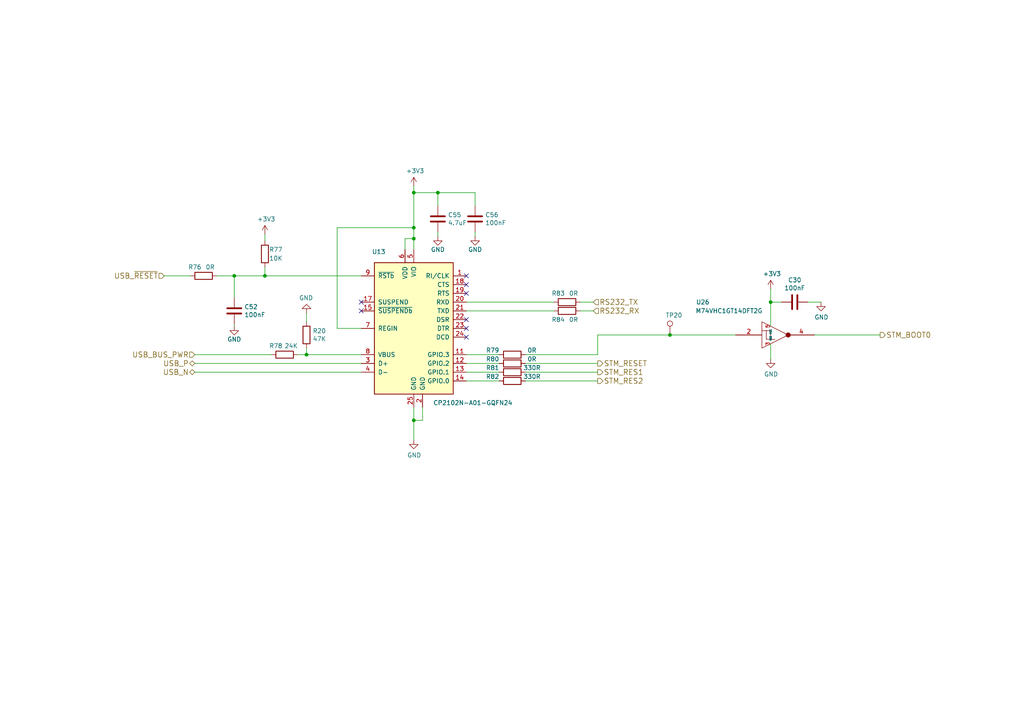
<source format=kicad_sch>
(kicad_sch (version 20211123) (generator eeschema)
  (paper "A4")
  (title_block (title "HILTOP Board Template Design") (date "2022-11-03") (company "Devtank Ltd"))
  (lib_symbols
    (symbol "Devtank:NL17SZ14" (pin_names (offset 0.762))
      (property "Reference" "U" (at 4.953 2.921 0))
      (property "Value" "NL17SZ14" (at 4.826 -3.175 0))
      (symbol "NL17SZ14_0_0"
        (polyline (pts (xy -3.81 3.81) (xy -3.81 -3.81) (xy 3.81 0) (xy -3.81 3.81)))
        (pin power_in line (at -1.27 -2.54 90) (length 0) (name "VSS") (number "3"))
        (pin power_in line (at -1.27 2.54 270) (length 0) (name "VCC") (number "5"))
      )
      (symbol "NL17SZ14_0_1"
        (polyline (pts (xy -2.54 1.27) (xy -1.27 1.27) (xy -1.27 -1.27) (xy 0 -1.27)))
        (polyline (pts (xy -1.27 -1.27) (xy -2.54 -1.27) (xy -2.54 1.27) (xy -3.81 1.27)))
        (circle (center 3.81 0) (radius 0.635) (fill (type outline)))
      )
      (symbol "NL17SZ14_1_1"
        (pin input line (at -11.43 0 0) (length 7.62) (name "~") (number "2"))
        (pin output line (at 11.43 0 180) (length 7.62) (name "~") (number "4"))
      )
      (symbol "NL17SZ14_1_2"
        (pin output inverted (at 11.43 0 180) (length 7.62) (name "~") (number "2"))
        (pin input inverted (at -11.43 0 0) (length 7.62) (name "~") (number "3"))
      )
    )
    (symbol "Sensi_Board-rescue:C-device" (pin_numbers hide) (pin_names (offset 0.254))
      (property "Reference" "C" (at 0.635 2.54 0))
      (property "Value" "C-device" (at 0.635 -2.54 0))
      (symbol "C-device_0_1"
        (polyline (pts (xy -2.032 -0.762) (xy 2.032 -0.762)) (stroke (width 0.508)))
        (polyline (pts (xy -2.032 0.762) (xy 2.032 0.762)) (stroke (width 0.508)))
      )
      (symbol "C-device_1_1"
        (pin passive line (at 0 3.81 270) (length 2.794) (name "~") (number "1"))
        (pin passive line (at 0 -3.81 90) (length 2.794) (name "~") (number "2"))
      )
    )
    (symbol "Sensi_Board-rescue:CP2102N-A01-GQFN24-silabs" (pin_names (offset 1.016))
      (property "Reference" "U" (at -5.08 22.225 0))
      (property "Value" "CP2102N-A01-GQFN24-silabs" (at -5.08 20.32 0))
      (symbol "CP2102N-A01-GQFN24-silabs_0_1"
        (rectangle (start -11.43 19.05) (end 11.43 -19.05) (stroke (width 0.254)) (fill (type background)))
      )
      (symbol "CP2102N-A01-GQFN24-silabs_1_1"
        (pin bidirectional line (at 15.24 15.24 180) (length 3.81) (name "RI/CLK") (number "1"))
        (pin no_connect line (at 10.16 -22.86 90) (length 3.81) hide (name "NC") (number "10"))
        (pin bidirectional line (at 15.24 -7.62 180) (length 3.81) (name "GPIO.3") (number "11"))
        (pin bidirectional line (at 15.24 -10.16 180) (length 3.81) (name "GPIO.2") (number "12"))
        (pin bidirectional line (at 15.24 -12.7 180) (length 3.81) (name "GPIO.1") (number "13"))
        (pin bidirectional line (at 15.24 -15.24 180) (length 3.81) (name "GPIO.0") (number "14"))
        (pin output line (at -15.24 5.08 0) (length 3.81) (name "~{SUSPENDb}") (number "15"))
        (pin no_connect line (at 7.62 -22.86 90) (length 3.81) hide (name "NC") (number "16"))
        (pin output line (at -15.24 7.62 0) (length 3.81) (name "SUSPEND") (number "17"))
        (pin input line (at 15.24 12.7 180) (length 3.81) (name "CTS") (number "18"))
        (pin output line (at 15.24 10.16 180) (length 3.81) (name "RTS") (number "19"))
        (pin power_in line (at 2.54 -22.86 90) (length 3.81) (name "GND") (number "2"))
        (pin input line (at 15.24 7.62 180) (length 3.81) (name "RXD") (number "20"))
        (pin output line (at 15.24 5.08 180) (length 3.81) (name "TXD") (number "21"))
        (pin input line (at 15.24 2.54 180) (length 3.81) (name "DSR") (number "22"))
        (pin output line (at 15.24 0 180) (length 3.81) (name "DTR") (number "23"))
        (pin input line (at 15.24 -2.54 180) (length 3.81) (name "DCD") (number "24"))
        (pin power_in line (at 0 -22.86 90) (length 3.81) (name "GND") (number "25"))
        (pin bidirectional line (at -15.24 -10.16 0) (length 3.81) (name "D+") (number "3"))
        (pin bidirectional line (at -15.24 -12.7 0) (length 3.81) (name "D-") (number "4"))
        (pin power_in line (at 0 22.86 270) (length 3.81) (name "VIO") (number "5"))
        (pin power_in line (at -2.54 22.86 270) (length 3.81) (name "VDD") (number "6"))
        (pin power_in line (at -15.24 0 0) (length 3.81) (name "REGIN") (number "7"))
        (pin input line (at -15.24 -7.62 0) (length 3.81) (name "VBUS") (number "8"))
        (pin input line (at -15.24 15.24 0) (length 3.81) (name "~{RSTb}") (number "9"))
      )
    )
    (symbol "Sensi_Board-rescue:R-device" (pin_numbers hide) (pin_names (offset 0))
      (property "Reference" "R" (at 2.032 0 90))
      (property "Value" "R-device" (at 0 0 90))
      (symbol "R-device_0_1"
        (rectangle (start -1.016 -2.54) (end 1.016 2.54) (stroke (width 0.254)))
      )
      (symbol "R-device_1_1"
        (pin passive line (at 0 3.81 270) (length 1.27) (name "~") (number "1"))
        (pin passive line (at 0 -3.81 90) (length 1.27) (name "~") (number "2"))
      )
    )
    (symbol "Sensi_Board-rescue:Test_Point-Connector" (pin_numbers hide) (pin_names (offset 0.762) hide)
      (property "Reference" "TP" (at 0 6.858 0))
      (property "Value" "Test_Point-Connector" (at 0 5.08 0))
      (symbol "Test_Point-Connector_0_1"
        (circle (center 0 3.302) (radius 0.762))
      )
      (symbol "Test_Point-Connector_1_1"
        (pin passive line (at 0 0 90) (length 2.54) (name "1") (number "1"))
      )
    )
    (symbol "power:+3V3" (power) (pin_names (offset 0))
      (property "Value" "+3V3" (at 0 3.556 0))
      (symbol "+3V3_0_1"
        (polyline (pts (xy -0.762 1.27) (xy 0 2.54)))
        (polyline (pts (xy 0 0) (xy 0 2.54)))
        (polyline (pts (xy 0 2.54) (xy 0.762 1.27)))
      )
      (symbol "+3V3_1_1"
        (pin power_in line (at 0 0 90) (length 0) hide (name "+3V3") (number "1"))
      )
    )
    (symbol "power:GND" (power) (pin_names (offset 0))
      (property "Value" "GND" (at 0 -3.81 0))
      (symbol "GND_0_1"
        (polyline (pts (xy 0 0) (xy 0 -1.27) (xy 1.27 -1.27) (xy 0 -2.54) (xy -1.27 -1.27) (xy 0 -1.27)))
      )
      (symbol "GND_1_1"
        (pin power_in line (at 0 0 270) (length 0) hide (name "GND") (number "1"))
      )
    )
  )
  (junction (at 88.9 102.87))
  (junction (at 120.015 121.92))
  (junction (at 67.945 80.01))
  (junction (at 127 55.88))
  (junction (at 76.835 80.01))
  (junction (at 223.52 87.63))
  (junction (at 120.015 66.04))
  (junction (at 194.31 97.155))
  (junction (at 120.015 69.215))
  (junction (at 120.015 55.88))
  (no_connect (at 135.255 95.25))
  (no_connect (at 135.255 85.09))
  (no_connect (at 135.255 80.01))
  (no_connect (at 104.775 87.63))
  (no_connect (at 104.775 90.17))
  (no_connect (at 135.255 82.55))
  (no_connect (at 135.255 97.79))
  (no_connect (at 135.255 92.71))
  (wire (pts (xy 152.4 110.49) (xy 173.355 110.49)))
  (wire (pts (xy 152.4 107.95) (xy 173.355 107.95)))
  (wire (pts (xy 223.52 87.63) (xy 223.52 94.615)))
  (wire (pts (xy 67.945 80.01) (xy 67.945 86.36)))
  (wire (pts (xy 135.255 107.95) (xy 144.78 107.95)))
  (wire (pts (xy 137.795 59.69) (xy 137.795 55.88)))
  (wire (pts (xy 194.31 97.155) (xy 213.36 97.155)))
  (wire (pts (xy 76.835 67.945) (xy 76.835 69.85)))
  (wire (pts (xy 120.015 121.92) (xy 120.015 118.11)))
  (wire (pts (xy 117.475 72.39) (xy 117.475 69.215)))
  (wire (pts (xy 137.795 68.58) (xy 137.795 67.31)))
  (wire (pts (xy 76.835 80.01) (xy 104.775 80.01)))
  (wire (pts (xy 88.9 100.965) (xy 88.9 102.87)))
  (wire (pts (xy 104.775 95.25) (xy 97.79 95.25)))
  (wire (pts (xy 97.79 66.04) (xy 120.015 66.04)))
  (wire (pts (xy 168.275 90.17) (xy 172.085 90.17)))
  (wire (pts (xy 62.865 80.01) (xy 67.945 80.01)))
  (wire (pts (xy 137.795 55.88) (xy 127 55.88)))
  (wire (pts (xy 88.9 102.87) (xy 86.36 102.87)))
  (wire (pts (xy 122.555 121.92) (xy 120.015 121.92)))
  (wire (pts (xy 173.355 97.155) (xy 194.31 97.155)))
  (wire (pts (xy 127 67.31) (xy 127 68.58)))
  (wire (pts (xy 104.775 102.87) (xy 88.9 102.87)))
  (wire (pts (xy 56.515 105.41) (xy 104.775 105.41)))
  (wire (pts (xy 120.015 69.215) (xy 120.015 72.39)))
  (wire (pts (xy 152.4 105.41) (xy 173.355 105.41)))
  (wire (pts (xy 223.52 83.82) (xy 223.52 87.63)))
  (wire (pts (xy 120.015 55.88) (xy 120.015 66.04)))
  (wire (pts (xy 122.555 118.11) (xy 122.555 121.92)))
  (wire (pts (xy 226.695 87.63) (xy 223.52 87.63)))
  (wire (pts (xy 223.52 104.14) (xy 223.52 99.695)))
  (wire (pts (xy 172.085 87.63) (xy 168.275 87.63)))
  (wire (pts (xy 135.255 87.63) (xy 160.655 87.63)))
  (wire (pts (xy 117.475 69.215) (xy 120.015 69.215)))
  (wire (pts (xy 144.78 110.49) (xy 135.255 110.49)))
  (wire (pts (xy 135.255 105.41) (xy 144.78 105.41)))
  (wire (pts (xy 135.255 102.87) (xy 144.78 102.87)))
  (wire (pts (xy 56.515 102.87) (xy 78.74 102.87)))
  (wire (pts (xy 120.015 66.04) (xy 120.015 69.215)))
  (wire (pts (xy 234.315 87.63) (xy 238.125 87.63)))
  (wire (pts (xy 56.515 107.95) (xy 104.775 107.95)))
  (wire (pts (xy 127 59.69) (xy 127 55.88)))
  (wire (pts (xy 76.835 77.47) (xy 76.835 80.01)))
  (wire (pts (xy 67.945 93.98) (xy 67.945 94.615)))
  (wire (pts (xy 173.355 97.155) (xy 173.355 102.87)))
  (wire (pts (xy 120.015 53.975) (xy 120.015 55.88)))
  (wire (pts (xy 236.22 97.155) (xy 255.27 97.155)))
  (wire (pts (xy 127 55.88) (xy 120.015 55.88)))
  (wire (pts (xy 97.79 66.04) (xy 97.79 95.25)))
  (wire (pts (xy 135.255 90.17) (xy 160.655 90.17)))
  (wire (pts (xy 120.015 127.635) (xy 120.015 121.92)))
  (wire (pts (xy 67.945 80.01) (xy 76.835 80.01)))
  (wire (pts (xy 47.625 80.01) (xy 55.245 80.01)))
  (wire (pts (xy 152.4 102.87) (xy 173.355 102.87)))
  (wire (pts (xy 88.9 90.805) (xy 88.9 93.345)))
  (hierarchical_label "RS232_RX" (shape input) (at 172.085 90.17 0) (effects (font (size 1.524 1.524))))
  (hierarchical_label "STM_RES1" (shape output) (at 173.355 107.95 0) (effects (font (size 1.524 1.524))))
  (hierarchical_label "RS232_TX" (shape input) (at 172.085 87.63 0) (effects (font (size 1.524 1.524))))
  (hierarchical_label "STM_RESET" (shape output) (at 173.355 105.41 0) (effects (font (size 1.524 1.524))))
  (hierarchical_label "STM_RES2" (shape output) (at 173.355 110.49 0) (effects (font (size 1.524 1.524))))
  (hierarchical_label "USB_N" (shape bidirectional) (at 56.515 107.95 180) (effects (font (size 1.524 1.524))))
  (hierarchical_label "USB_~{RESET}" (shape input) (at 47.625 80.01 180) (effects (font (size 1.524 1.524))))
  (hierarchical_label "STM_BOOT0" (shape output) (at 255.27 97.155 0) (effects (font (size 1.524 1.524))))
  (hierarchical_label "USB_P" (shape bidirectional) (at 56.515 105.41 180) (effects (font (size 1.524 1.524))))
  (hierarchical_label "USB_BUS_PWR" (shape input) (at 56.515 102.87 180) (effects (font (size 1.524 1.524))))
  (symbol (lib_id "Sensi_Board-rescue:CP2102N-A01-GQFN24-silabs") (at 120.015 95.25 0) (unit 1)
    (property "Reference" "U13" (at 109.855 73.025 0))
    (property "Value" "CP2102N-A01-GQFN24" (at 137.16 116.84 0))
    (property "Footprint" "Devtank_PCB_Lib:CP2102_QFN-24-1EP_4x4mm_P0.5mm_EP2.6x2.6mm_ThermalVias_0.3mm_drill" (effects hide))
    (property "Datasheet" "http://www.silabs.com/support%20documents/technicaldocs/cp2102n-datasheet.pdf" (effects hide))
    (property "Devtank" "118-007" (effects hide))
  )
  (symbol (lib_id "power:GND") (at 120.015 127.635 0) (unit 1)
    (property "Reference" "#PWR0136" (effects hide))
    (property "Value" "GND" (at 120.142 132.0292 0))
  )
  (symbol (lib_id "power:+3V3") (at 120.015 53.975 0) (unit 1)
    (property "Reference" "#PWR0135" (effects hide))
    (property "Value" "+3V3" (at 120.396 49.5808 0))
  )
  (symbol (lib_id "Sensi_Board-rescue:R-device") (at 82.55 102.87 270) (unit 1)
    (property "Reference" "R78" (at 80.01 100.33 90))
    (property "Value" "24K" (at 84.455 100.33 90))
    (property "Footprint" "Resistor_SMD:R_0603_1608Metric" (effects hide))
    (property "Devtank" "101-055" (effects hide))
  )
  (symbol (lib_id "Sensi_Board-rescue:R-device") (at 148.59 107.95 270) (unit 1)
    (property "Reference" "R81" (at 142.875 106.68 90))
    (property "Value" "330R" (at 154.305 106.68 90))
    (property "Footprint" "Resistor_SMD:R_0603_1608Metric" (effects hide))
    (property "Devtank" "101-024" (effects hide))
  )
  (symbol (lib_id "Sensi_Board-rescue:R-device") (at 148.59 110.49 270) (unit 1)
    (property "Reference" "R82" (at 142.875 109.22 90))
    (property "Value" "330R" (at 154.305 109.22 90))
    (property "Footprint" "Resistor_SMD:R_0603_1608Metric" (effects hide))
    (property "Devtank" "101-024" (effects hide))
  )
  (symbol (lib_id "Sensi_Board-rescue:R-device") (at 164.465 87.63 270) (unit 1)
    (property "Reference" "R83" (at 161.925 85.09 90))
    (property "Value" "0R" (at 166.37 85.09 90))
    (property "Footprint" "Resistor_SMD:R_0603_1608Metric" (effects hide))
    (property "Devtank" "101-005" (effects hide))
  )
  (symbol (lib_id "Sensi_Board-rescue:R-device") (at 164.465 90.17 270) (unit 1)
    (property "Reference" "R84" (at 161.925 92.71 90))
    (property "Value" "0R" (at 166.37 92.71 90))
    (property "Footprint" "Resistor_SMD:R_0603_1608Metric" (effects hide))
    (property "Devtank" "101-005" (effects hide))
  )
  (symbol (lib_id "Sensi_Board-rescue:R-device") (at 59.055 80.01 270) (unit 1)
    (property "Reference" "R76" (at 56.515 77.47 90))
    (property "Value" "0R" (at 60.96 77.47 90))
    (property "Footprint" "Resistor_SMD:R_0603_1608Metric" (effects hide))
    (property "Devtank" "101-005" (effects hide))
  )
  (symbol (lib_id "Sensi_Board-rescue:R-device") (at 76.835 73.66 180) (unit 1)
    (property "Reference" "R77" (at 80.01 72.39 0))
    (property "Value" "10K" (at 80.01 74.93 0))
    (property "Footprint" "Resistor_SMD:R_0603_1608Metric" (effects hide))
    (property "Devtank" "101-010" (effects hide))
  )
  (symbol (lib_id "power:+3V3") (at 76.835 67.945 0) (unit 1)
    (property "Reference" "#PWR0132" (effects hide))
    (property "Value" "+3V3" (at 77.216 63.5508 0))
  )
  (symbol (lib_id "Sensi_Board-rescue:C-device") (at 127 63.5 0) (unit 1)
    (property "Reference" "C55" (at 129.921 62.3316 0) (effects (justify left)))
    (property "Value" "4.7uF" (at 129.921 64.643 0) (effects (justify left)))
    (property "Footprint" "Capacitor_SMD:C_0402_1005Metric" (effects hide))
    (property "Devtank" "105-028" (effects hide))
    (property "Dielectric" "X5R" (effects hide))
    (property "Voltage" "6.3V" (effects hide))
  )
  (symbol (lib_id "Sensi_Board-rescue:C-device") (at 137.795 63.5 0) (unit 1)
    (property "Reference" "C56" (at 140.716 62.3316 0) (effects (justify left)))
    (property "Value" "100nF" (at 140.716 64.643 0) (effects (justify left)))
    (property "Footprint" "Capacitor_SMD:C_0402_1005Metric" (effects hide))
    (property "Devtank" "105-019" (effects hide))
  )
  (symbol (lib_id "power:GND") (at 127 68.58 0) (unit 1)
    (property "Reference" "#PWR0137" (effects hide))
    (property "Value" "GND" (at 127 72.39 0))
  )
  (symbol (lib_id "power:GND") (at 137.795 68.58 0) (unit 1)
    (property "Reference" "#PWR0138" (effects hide))
    (property "Value" "GND" (at 137.795 72.39 0))
  )
  (symbol (lib_id "Sensi_Board-rescue:C-device") (at 67.945 90.17 0) (unit 1)
    (property "Reference" "C52" (at 70.866 89.0016 0) (effects (justify left)))
    (property "Value" "100nF" (at 70.866 91.313 0) (effects (justify left)))
    (property "Footprint" "Capacitor_SMD:C_0603_1608Metric" (effects hide))
  )
  (symbol (lib_id "power:GND") (at 67.945 94.615 0) (unit 1)
    (property "Reference" "#PWR0131" (effects hide))
    (property "Value" "GND" (at 67.945 98.425 0))
  )
  (symbol (lib_id "Sensi_Board-rescue:R-device") (at 148.59 105.41 270) (unit 1)
    (property "Reference" "R80" (at 142.875 104.14 90))
    (property "Value" "0R" (at 154.305 104.14 90))
    (property "Footprint" "Resistor_SMD:R_0603_1608Metric" (effects hide))
    (property "Devtank" "101-005" (effects hide))
  )
  (symbol (lib_id "Sensi_Board-rescue:R-device") (at 148.59 102.87 270) (unit 1)
    (property "Reference" "R79" (at 142.875 101.6 90))
    (property "Value" "0R" (at 154.305 101.6 90))
    (property "Footprint" "Resistor_SMD:R_0603_1608Metric" (effects hide))
    (property "Devtank" "101-005" (effects hide))
  )
  (symbol (lib_id "Devtank:NL17SZ14") (at 224.79 97.155 0) (unit 1)
    (property "Reference" "U26" (at 203.835 87.63 0))
    (property "Value" "M74VHC1GT14DFT2G" (at 211.455 90.17 0))
    (property "Footprint" "Package_TO_SOT_SMD:SOT-353_SC-70-5" (effects hide))
  )
  (symbol (lib_id "Sensi_Board-rescue:Test_Point-Connector") (at 194.31 97.155 0) (unit 1)
    (property "Reference" "TP20" (at 193.04 91.44 0) (effects (justify left)))
    (property "Value" "Test_Point" (effects hide))
    (property "Footprint" "TestPoint:TestPoint_THTPad_D1.0mm_Drill0.5mm" (effects hide))
  )
  (symbol (lib_id "power:+3V3") (at 223.52 83.82 0) (unit 1)
    (property "Reference" "#PWR0125" (effects hide))
    (property "Value" "+3V3" (at 223.901 79.4258 0))
  )
  (symbol (lib_id "Sensi_Board-rescue:C-device") (at 230.505 87.63 270) (unit 1)
    (property "Reference" "C30" (at 230.505 81.2292 90))
    (property "Value" "100nF" (at 230.505 83.5406 90))
    (property "Footprint" "Capacitor_SMD:C_0402_1005Metric" (effects hide))
  )
  (symbol (lib_id "power:GND") (at 238.125 87.63 0) (unit 1)
    (property "Reference" "#PWR0175" (effects hide))
    (property "Value" "GND" (at 238.252 92.0242 0))
  )
  (symbol (lib_id "power:GND") (at 223.52 104.14 0) (unit 1)
    (property "Reference" "#PWR0126" (effects hide))
    (property "Value" "GND" (at 223.647 108.5342 0))
  )
  (symbol (lib_id "Sensi_Board-rescue:R-device") (at 88.9 97.155 0) (unit 1)
    (property "Reference" "R20" (at 90.678 95.9866 0) (effects (justify left)))
    (property "Value" "47K" (at 90.678 98.298 0) (effects (justify left)))
    (property "Footprint" "Resistor_SMD:R_0603_1608Metric" (effects hide))
    (property "Devtank" "101-016" (effects hide))
  )
  (symbol (lib_id "power:GND") (at 88.9 90.805 180) (unit 1)
    (property "Reference" "#PWR0181" (effects hide))
    (property "Value" "GND" (at 88.773 86.4108 0))
  )
)
</source>
